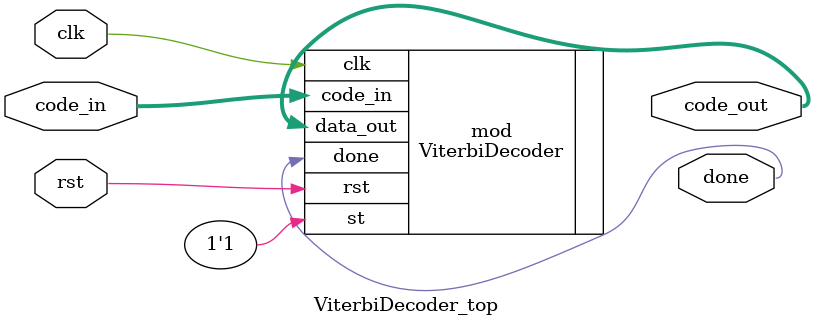
<source format=v>
module ViterbiDecoder_top
(
	input clk, rst,
	input [1:0] code_in,
	output [9:0] code_out,
	output done
);

ViterbiDecoder mod(.rst(rst), .clk(clk), .code_in(code_in), .st(1'b1), .data_out(code_out), .done(done));

endmodule
</source>
